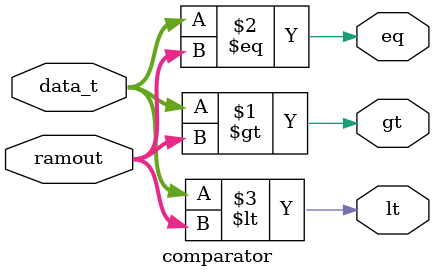
<source format=sv>
module comparator (
    input  logic [7:0] data_t,   
    input  logic [7:0] ramout,   
    output logic       gt,       
    output logic       eq,       
    output logic       lt        
);

    assign gt = (data_t > ramout);
    assign eq = (data_t == ramout);
    assign lt = (data_t < ramout);

endmodule

</source>
